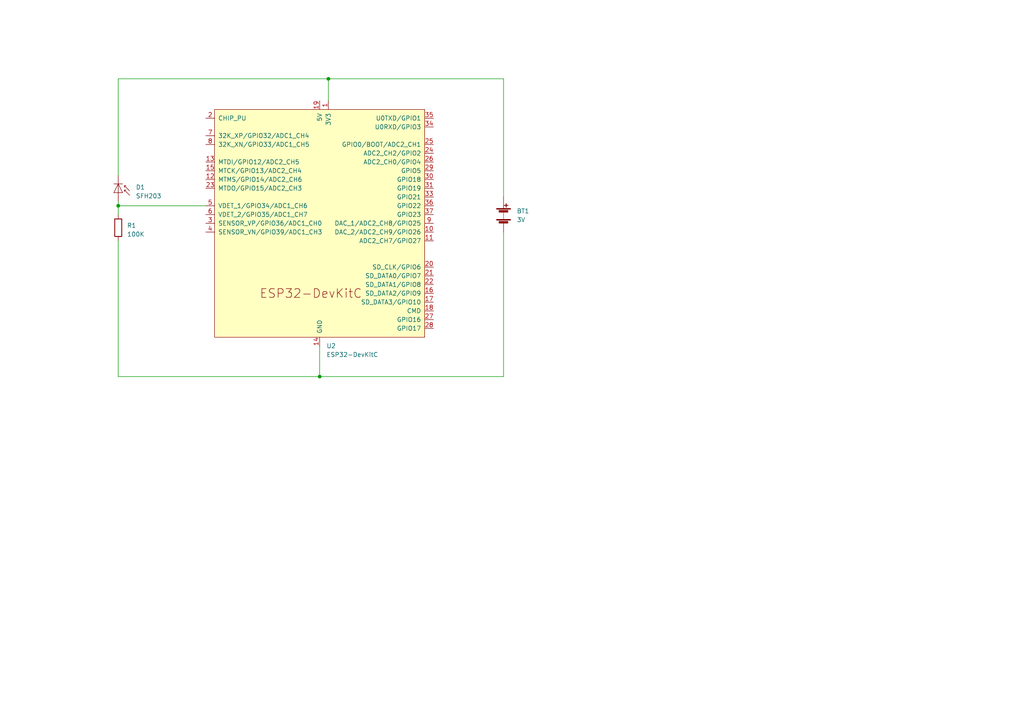
<source format=kicad_sch>
(kicad_sch (version 20230121) (generator eeschema)
  (paper "A4")
  (lib_symbols
    (symbol "Device:Battery" (pin_numbers hide) (pin_names (offset 0) hide)
      (property "Reference" "BT" (at 2.54 2.54 0))
      (property "Value" "Battery" (at 2.54 0 0))
      (symbol "Battery_0_1"
        (rectangle (start -2.032 -1.397) (end 2.032 -1.651) (fill (type outline)))
        (rectangle (start -2.032 1.778) (end 2.032 1.524) (fill (type outline)))
        (rectangle (start -1.3208 -1.9812) (end 1.27 -2.4892) (fill (type outline)))
        (rectangle (start -1.3208 1.1938) (end 1.27 0.6858) (fill (type outline)))
        (polyline (pts (xy 0 -1.524) (xy 0 -1.27)))
        (polyline (pts (xy 0 -1.016) (xy 0 -0.762)))
        (polyline (pts (xy 0 -0.508) (xy 0 -0.254)))
        (polyline (pts (xy 0 0) (xy 0 0.254)))
        (polyline (pts (xy 0 0.508) (xy 0 0.762)))
        (polyline (pts (xy 0 1.778) (xy 0 2.54)))
        (polyline (pts (xy 0.254 2.667) (xy 1.27 2.667)) (stroke (width 0.254)))
        (polyline (pts (xy 0.762 3.175) (xy 0.762 2.159)) (stroke (width 0.254)))
      )
      (symbol "Battery_1_1"
        (pin passive line (at 0 5.08 270) (length 2.54) (name "+") (number "1"))
        (pin passive line (at 0 -5.08 90) (length 2.54) (name "-") (number "2"))
      )
    )
    (symbol "Device:R" (pin_numbers hide) (pin_names (offset 0))
      (property "Reference" "R" (at 2.032 0 90))
      (property "Value" "R" (at 0 0 90))
      (symbol "R_0_1"
        (rectangle (start -1.016 -2.54) (end 1.016 2.54) (stroke (width 0.254)))
      )
      (symbol "R_1_1"
        (pin passive line (at 0 3.81 270) (length 1.27) (name "~") (number "1"))
        (pin passive line (at 0 -3.81 90) (length 1.27) (name "~") (number "2"))
      )
    )
    (symbol "Espressif:ESP32-DevKitC" (pin_names (offset 1.016))
      (property "Reference" "U" (at -30.48 38.1 0))
      (property "Value" "ESP32-DevKitC" (at -30.48 35.56 0))
      (symbol "ESP32-DevKitC_0_0"
        (text "ESP32-DevKitC" (at -2.54 -20.32 0) (effects (font (size 2.54 2.54))))
        (pin power_in line (at 0 -35.56 90) (length 2.54) (name "GND") (number "14"))
        (pin power_in line (at 0 35.56 270) (length 2.54) (name "5V") (number "19"))
      )
      (symbol "ESP32-DevKitC_0_1"
        (rectangle (start -30.48 33.02) (end 30.48 -33.02) (fill (type background)))
      )
      (symbol "ESP32-DevKitC_1_1"
        (pin power_in line (at 2.54 35.56 270) (length 2.54) (name "3V3") (number "1"))
        (pin bidirectional line (at 33.02 -2.54 180) (length 2.54) (name "DAC_2/ADC2_CH9/GPIO26") (number "10"))
        (pin bidirectional line (at 33.02 -5.08 180) (length 2.54) (name "ADC2_CH7/GPIO27") (number "11"))
        (pin bidirectional line (at -33.02 12.7 0) (length 2.54) (name "MTMS/GPIO14/ADC2_CH6") (number "12"))
        (pin bidirectional line (at -33.02 17.78 0) (length 2.54) (name "MTDI/GPIO12/ADC2_CH5") (number "13"))
        (pin bidirectional line (at -33.02 15.24 0) (length 2.54) (name "MTCK/GPIO13/ADC2_CH4") (number "15"))
        (pin bidirectional line (at 33.02 -20.32 180) (length 2.54) (name "SD_DATA2/GPIO9") (number "16"))
        (pin bidirectional line (at 33.02 -22.86 180) (length 2.54) (name "SD_DATA3/GPIO10") (number "17"))
        (pin bidirectional line (at 33.02 -25.4 180) (length 2.54) (name "CMD") (number "18"))
        (pin input line (at -33.02 30.48 0) (length 2.54) (name "CHIP_PU") (number "2"))
        (pin bidirectional line (at 33.02 -12.7 180) (length 2.54) (name "SD_CLK/GPIO6") (number "20"))
        (pin bidirectional line (at 33.02 -15.24 180) (length 2.54) (name "SD_DATA0/GPIO7") (number "21"))
        (pin bidirectional line (at 33.02 -17.78 180) (length 2.54) (name "SD_DATA1/GPIO8") (number "22"))
        (pin bidirectional line (at -33.02 10.16 0) (length 2.54) (name "MTDO/GPIO15/ADC2_CH3") (number "23"))
        (pin bidirectional line (at 33.02 20.32 180) (length 2.54) (name "ADC2_CH2/GPIO2") (number "24"))
        (pin bidirectional line (at 33.02 22.86 180) (length 2.54) (name "GPIO0/BOOT/ADC2_CH1") (number "25"))
        (pin bidirectional line (at 33.02 17.78 180) (length 2.54) (name "ADC2_CH0/GPIO4") (number "26"))
        (pin bidirectional line (at 33.02 -27.94 180) (length 2.54) (name "GPIO16") (number "27"))
        (pin bidirectional line (at 33.02 -30.48 180) (length 2.54) (name "GPIO17") (number "28"))
        (pin bidirectional line (at 33.02 15.24 180) (length 2.54) (name "GPIO5") (number "29"))
        (pin input line (at -33.02 0 0) (length 2.54) (name "SENSOR_VP/GPIO36/ADC1_CH0") (number "3"))
        (pin bidirectional line (at 33.02 12.7 180) (length 2.54) (name "GPIO18") (number "30"))
        (pin bidirectional line (at 33.02 10.16 180) (length 2.54) (name "GPIO19") (number "31"))
        (pin passive line (at 0 -35.56 90) (length 2.54) hide (name "GND") (number "32"))
        (pin bidirectional line (at 33.02 7.62 180) (length 2.54) (name "GPIO21") (number "33"))
        (pin bidirectional line (at 33.02 27.94 180) (length 2.54) (name "U0RXD/GPIO3") (number "34"))
        (pin bidirectional line (at 33.02 30.48 180) (length 2.54) (name "U0TXD/GPIO1") (number "35"))
        (pin bidirectional line (at 33.02 5.08 180) (length 2.54) (name "GPIO22") (number "36"))
        (pin bidirectional line (at 33.02 2.54 180) (length 2.54) (name "GPIO23") (number "37"))
        (pin passive line (at 0 -35.56 90) (length 2.54) hide (name "GND") (number "38"))
        (pin input line (at -33.02 -2.54 0) (length 2.54) (name "SENSOR_VN/GPIO39/ADC1_CH3") (number "4"))
        (pin input line (at -33.02 5.08 0) (length 2.54) (name "VDET_1/GPIO34/ADC1_CH6") (number "5"))
        (pin input line (at -33.02 2.54 0) (length 2.54) (name "VDET_2/GPIO35/ADC1_CH7") (number "6"))
        (pin bidirectional line (at -33.02 25.4 0) (length 2.54) (name "32K_XP/GPIO32/ADC1_CH4") (number "7"))
        (pin bidirectional line (at -33.02 22.86 0) (length 2.54) (name "32K_XN/GPIO33/ADC1_CH5") (number "8"))
        (pin bidirectional line (at 33.02 0 180) (length 2.54) (name "DAC_1/ADC2_CH8/GPIO25") (number "9"))
      )
    )
    (symbol "Sensor_Optical:SFH203" (pin_numbers hide) (pin_names hide)
      (property "Reference" "D" (at 0.508 1.778 0))
      (property "Value" "SFH203" (at -1.016 -2.794 0))
      (symbol "SFH203_0_1"
        (polyline (pts (xy -2.54 0) (xy 0 0)))
        (polyline (pts (xy -2.54 1.27) (xy -2.54 -1.27)) (stroke (width 0.1524)))
        (polyline (pts (xy -2.032 1.778) (xy -1.524 1.778)))
        (polyline (pts (xy 0 -1.27) (xy 0 1.27)))
        (polyline (pts (xy -0.508 3.302) (xy -2.032 1.778) (xy -2.032 2.286)))
        (polyline (pts (xy 0 1.27) (xy -2.54 0) (xy 0 -1.27)))
        (polyline (pts (xy 0.762 3.302) (xy -0.762 1.778) (xy -0.762 2.286) (xy -0.762 1.778) (xy -0.254 1.778)))
      )
      (symbol "SFH203_1_1"
        (pin passive line (at -5.08 0 0) (length 2.54) (name "K") (number "1"))
        (pin passive line (at 2.54 0 180) (length 2.54) (name "A") (number "2"))
      )
    )
  )
  (junction (at 95.25 22.86))
  (junction (at 92.71 109.22))
  (junction (at 34.29 59.69))
  (wire (pts (xy 146.05 57.15) (xy 146.05 22.86)))
  (wire (pts (xy 95.25 22.86) (xy 95.25 29.21)))
  (wire (pts (xy 34.29 50.8) (xy 34.29 22.86)))
  (wire (pts (xy 34.29 59.69) (xy 34.29 62.23)))
  (wire (pts (xy 92.71 109.22) (xy 146.05 109.22)))
  (wire (pts (xy 34.29 22.86) (xy 95.25 22.86)))
  (wire (pts (xy 146.05 22.86) (xy 95.25 22.86)))
  (wire (pts (xy 34.29 58.42) (xy 34.29 59.69)))
  (wire (pts (xy 59.69 59.69) (xy 34.29 59.69)))
  (wire (pts (xy 34.29 69.85) (xy 34.29 109.22)))
  (wire (pts (xy 92.71 100.33) (xy 92.71 109.22)))
  (wire (pts (xy 146.05 109.22) (xy 146.05 67.31)))
  (wire (pts (xy 34.29 109.22) (xy 92.71 109.22)))
  (symbol (lib_id "Device:Battery") (at 146.05 62.23 0) (unit 1)
    (property "Reference" "BT1" (at 149.86 61.214 0) (effects (justify left)))
    (property "Value" "3V" (at 149.86 63.754 0) (effects (justify left)))
  )
  (symbol (lib_id "Device:R") (at 34.29 66.04 0) (unit 1)
    (property "Reference" "R1" (at 36.83 65.405 0) (effects (justify left)))
    (property "Value" "100K" (at 36.83 67.945 0) (effects (justify left)))
  )
  (symbol (lib_id "Espressif:ESP32-DevKitC") (at 92.71 64.77 0) (unit 1)
    (property "Reference" "U2" (at 94.6659 100.33 0) (effects (justify left)))
    (property "Value" "ESP32-DevKitC" (at 94.6659 102.87 0) (effects (justify left)))
    (property "Footprint" "Espressif:ESP32-DevKitC" (effects hide))
    (property "Datasheet" "https://docs.espressif.com/projects/esp-idf/zh_CN/latest/esp32/hw-reference/esp32/get-started-devkitc.html" (effects hide))
  )
  (symbol (lib_id "Sensor_Optical:SFH203") (at 34.29 55.88 270) (unit 1)
    (property "Reference" "D1" (at 39.37 54.3179 90) (effects (justify left)))
    (property "Value" "SFH203" (at 39.37 56.8579 90) (effects (justify left)))
    (property "Footprint" "LED_THT:LED_D5.0mm_IRGrey" (effects hide))
    (property "Datasheet" "http://www.osram-os.com/Graphics/XPic9/00101656_0.pdf/SFH%20203,%20SFH%20203%20FA,%20Lead%20(Pb)%20Free%20Product%20-%20RoHS%20Compliant.pdf" (effects hide))
  )
)
</source>
